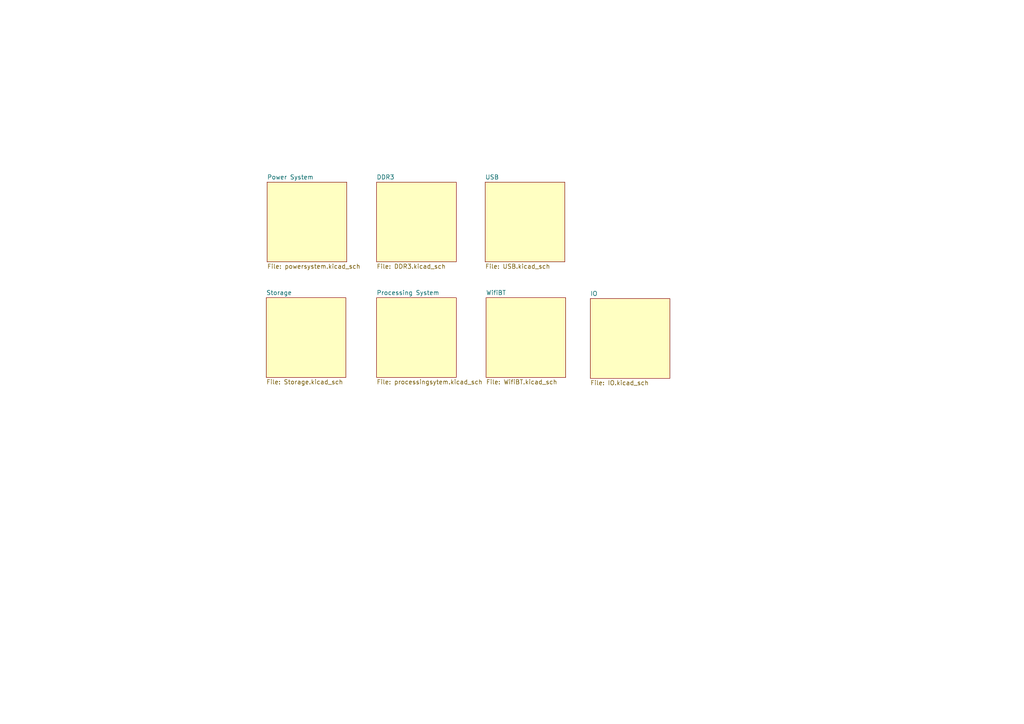
<source format=kicad_sch>
(kicad_sch
	(version 20231120)
	(generator "eeschema")
	(generator_version "8.0")
	(uuid "12f8e1de-e730-4c6a-858d-a25c752bf173")
	(paper "A4")
	(lib_symbols)
	(sheet
		(at 77.47 52.832)
		(size 23.114 23.114)
		(fields_autoplaced yes)
		(stroke
			(width 0.1524)
			(type solid)
		)
		(fill
			(color 255 255 194 1.0000)
		)
		(uuid "1fcf6081-df13-4b98-99f7-6236d9f78df3")
		(property "Sheetname" "Power System"
			(at 77.47 52.1204 0)
			(effects
				(font
					(size 1.27 1.27)
				)
				(justify left bottom)
			)
		)
		(property "Sheetfile" "powersystem.kicad_sch"
			(at 77.47 76.5306 0)
			(effects
				(font
					(size 1.27 1.27)
				)
				(justify left top)
			)
		)
		(instances
			(project "SYNC_VT"
				(path "/12f8e1de-e730-4c6a-858d-a25c752bf173"
					(page "2")
				)
			)
		)
	)
	(sheet
		(at 140.97 86.36)
		(size 23.114 23.114)
		(fields_autoplaced yes)
		(stroke
			(width 0.1524)
			(type solid)
		)
		(fill
			(color 255 255 194 1.0000)
		)
		(uuid "3de99e37-761a-48a9-9141-684126711901")
		(property "Sheetname" "WifiBT"
			(at 140.97 85.6484 0)
			(effects
				(font
					(size 1.27 1.27)
				)
				(justify left bottom)
			)
		)
		(property "Sheetfile" "WifiBT.kicad_sch"
			(at 140.97 110.0586 0)
			(effects
				(font
					(size 1.27 1.27)
				)
				(justify left top)
			)
		)
		(instances
			(project "SYNC_VT"
				(path "/12f8e1de-e730-4c6a-858d-a25c752bf173"
					(page "8")
				)
			)
		)
	)
	(sheet
		(at 109.22 86.36)
		(size 23.114 23.114)
		(fields_autoplaced yes)
		(stroke
			(width 0.1524)
			(type solid)
		)
		(fill
			(color 255 255 194 1.0000)
		)
		(uuid "58816a4a-eedc-473d-8bb3-66dada3f54c9")
		(property "Sheetname" "Processing System"
			(at 109.22 85.6484 0)
			(effects
				(font
					(size 1.27 1.27)
				)
				(justify left bottom)
			)
		)
		(property "Sheetfile" "processingsytem.kicad_sch"
			(at 109.22 110.0586 0)
			(effects
				(font
					(size 1.27 1.27)
				)
				(justify left top)
			)
		)
		(instances
			(project "SYNC_VT"
				(path "/12f8e1de-e730-4c6a-858d-a25c752bf173"
					(page "6")
				)
			)
		)
	)
	(sheet
		(at 171.196 86.614)
		(size 23.114 23.114)
		(fields_autoplaced yes)
		(stroke
			(width 0.1524)
			(type solid)
		)
		(fill
			(color 255 255 194 1.0000)
		)
		(uuid "99b2e70b-e9f6-4038-b0d9-3a0b11f50b52")
		(property "Sheetname" "IO"
			(at 171.196 85.9024 0)
			(effects
				(font
					(size 1.27 1.27)
				)
				(justify left bottom)
			)
		)
		(property "Sheetfile" "IO.kicad_sch"
			(at 171.196 110.3126 0)
			(effects
				(font
					(size 1.27 1.27)
				)
				(justify left top)
			)
		)
		(instances
			(project "SYNC_VT"
				(path "/12f8e1de-e730-4c6a-858d-a25c752bf173"
					(page "7")
				)
			)
		)
	)
	(sheet
		(at 109.22 52.832)
		(size 23.114 23.114)
		(fields_autoplaced yes)
		(stroke
			(width 0.1524)
			(type solid)
		)
		(fill
			(color 255 255 194 1.0000)
		)
		(uuid "bcacd93d-4740-42e4-baad-b6ff0916cae0")
		(property "Sheetname" "DDR3"
			(at 109.22 52.1204 0)
			(effects
				(font
					(size 1.27 1.27)
				)
				(justify left bottom)
			)
		)
		(property "Sheetfile" "DDR3.kicad_sch"
			(at 109.22 76.5306 0)
			(effects
				(font
					(size 1.27 1.27)
				)
				(justify left top)
			)
		)
		(instances
			(project "SYNC_VT"
				(path "/12f8e1de-e730-4c6a-858d-a25c752bf173"
					(page "3")
				)
			)
		)
	)
	(sheet
		(at 140.716 52.832)
		(size 23.114 23.114)
		(fields_autoplaced yes)
		(stroke
			(width 0.1524)
			(type solid)
		)
		(fill
			(color 255 255 194 1.0000)
		)
		(uuid "dd6dab22-cd6e-44c2-a4ff-c8666d97f882")
		(property "Sheetname" "USB"
			(at 140.716 52.1204 0)
			(effects
				(font
					(size 1.27 1.27)
				)
				(justify left bottom)
			)
		)
		(property "Sheetfile" "USB.kicad_sch"
			(at 140.716 76.5306 0)
			(effects
				(font
					(size 1.27 1.27)
				)
				(justify left top)
			)
		)
		(instances
			(project "SYNC_VT"
				(path "/12f8e1de-e730-4c6a-858d-a25c752bf173"
					(page "4")
				)
			)
		)
	)
	(sheet
		(at 77.216 86.36)
		(size 23.114 23.114)
		(fields_autoplaced yes)
		(stroke
			(width 0.1524)
			(type solid)
		)
		(fill
			(color 255 255 194 1.0000)
		)
		(uuid "ea4824b7-0ced-47a5-b433-a4a9b6fd3873")
		(property "Sheetname" "Storage"
			(at 77.216 85.6484 0)
			(effects
				(font
					(size 1.27 1.27)
				)
				(justify left bottom)
			)
		)
		(property "Sheetfile" "Storage.kicad_sch"
			(at 77.216 110.0586 0)
			(effects
				(font
					(size 1.27 1.27)
				)
				(justify left top)
			)
		)
		(instances
			(project "SYNC_VT"
				(path "/12f8e1de-e730-4c6a-858d-a25c752bf173"
					(page "5")
				)
			)
		)
	)
	(sheet_instances
		(path "/"
			(page "1")
		)
	)
)

</source>
